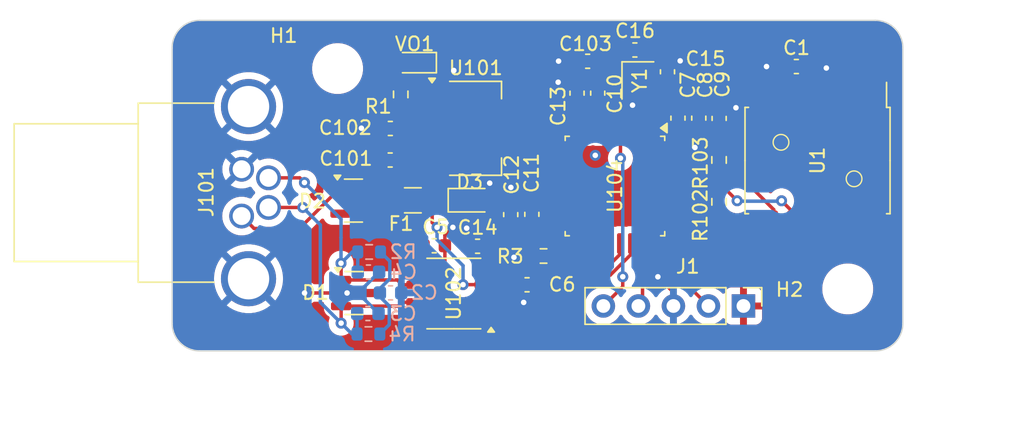
<source format=kicad_pcb>
(kicad_pcb
	(version 20240108)
	(generator "pcbnew")
	(generator_version "8.0")
	(general
		(thickness 1.6)
		(legacy_teardrops no)
	)
	(paper "A4")
	(layers
		(0 "F.Cu" signal)
		(31 "B.Cu" signal)
		(32 "B.Adhes" user "B.Adhesive")
		(33 "F.Adhes" user "F.Adhesive")
		(34 "B.Paste" user)
		(35 "F.Paste" user)
		(36 "B.SilkS" user "B.Silkscreen")
		(37 "F.SilkS" user "F.Silkscreen")
		(38 "B.Mask" user)
		(39 "F.Mask" user)
		(40 "Dwgs.User" user "User.Drawings")
		(41 "Cmts.User" user "User.Comments")
		(42 "Eco1.User" user "User.Eco1")
		(43 "Eco2.User" user "User.Eco2")
		(44 "Edge.Cuts" user)
		(45 "Margin" user)
		(46 "B.CrtYd" user "B.Courtyard")
		(47 "F.CrtYd" user "F.Courtyard")
		(48 "B.Fab" user)
		(49 "F.Fab" user)
		(50 "User.1" user)
		(51 "User.2" user)
		(52 "User.3" user)
		(53 "User.4" user)
		(54 "User.5" user)
		(55 "User.6" user)
		(56 "User.7" user)
		(57 "User.8" user)
		(58 "User.9" user)
	)
	(setup
		(stackup
			(layer "F.SilkS"
				(type "Top Silk Screen")
			)
			(layer "F.Paste"
				(type "Top Solder Paste")
			)
			(layer "F.Mask"
				(type "Top Solder Mask")
				(thickness 0.01)
			)
			(layer "F.Cu"
				(type "copper")
				(thickness 0.035)
			)
			(layer "dielectric 1"
				(type "core")
				(thickness 1.51)
				(material "FR4")
				(epsilon_r 4.5)
				(loss_tangent 0.02)
			)
			(layer "B.Cu"
				(type "copper")
				(thickness 0.035)
			)
			(layer "B.Mask"
				(type "Bottom Solder Mask")
				(thickness 0.01)
			)
			(layer "B.Paste"
				(type "Bottom Solder Paste")
			)
			(layer "B.SilkS"
				(type "Bottom Silk Screen")
			)
			(copper_finish "None")
			(dielectric_constraints no)
		)
		(pad_to_mask_clearance 0)
		(allow_soldermask_bridges_in_footprints no)
		(aux_axis_origin 100 80)
		(grid_origin 100 80)
		(pcbplotparams
			(layerselection 0x00010fc_ffffffff)
			(plot_on_all_layers_selection 0x0000000_00000000)
			(disableapertmacros no)
			(usegerberextensions no)
			(usegerberattributes yes)
			(usegerberadvancedattributes yes)
			(creategerberjobfile yes)
			(dashed_line_dash_ratio 12.000000)
			(dashed_line_gap_ratio 3.000000)
			(svgprecision 6)
			(plotframeref no)
			(viasonmask no)
			(mode 1)
			(useauxorigin no)
			(hpglpennumber 1)
			(hpglpenspeed 20)
			(hpglpendiameter 15.000000)
			(pdf_front_fp_property_popups yes)
			(pdf_back_fp_property_popups yes)
			(dxfpolygonmode yes)
			(dxfimperialunits yes)
			(dxfusepcbnewfont yes)
			(psnegative no)
			(psa4output no)
			(plotreference yes)
			(plotvalue yes)
			(plotfptext yes)
			(plotinvisibletext no)
			(sketchpadsonfab no)
			(subtractmaskfromsilk no)
			(outputformat 1)
			(mirror no)
			(drillshape 1)
			(scaleselection 1)
			(outputdirectory "")
		)
	)
	(net 0 "")
	(net 1 "+3V3")
	(net 2 "GND")
	(net 3 "Net-(C2-Pad2)")
	(net 4 "CAN_H")
	(net 5 "CAN_L")
	(net 6 "+5V")
	(net 7 "CAN_Rx")
	(net 8 "Net-(U104-PF0)")
	(net 9 "NRST")
	(net 10 "Net-(D2-K)")
	(net 11 "Net-(D2-A)")
	(net 12 "SWDIO")
	(net 13 "SWCLK")
	(net 14 "Net-(VO1-A)")
	(net 15 "Net-(U104-PF1)")
	(net 16 "I2C_SCL")
	(net 17 "I2C_SDA")
	(net 18 "unconnected-(U1-Pad9)")
	(net 19 "unconnected-(U1-Pad14)")
	(net 20 "unconnected-(U1-Pad2)")
	(net 21 "unconnected-(U1-Pad12)")
	(net 22 "unconnected-(U1-Pad8)")
	(net 23 "unconnected-(U1-Pad13)")
	(net 24 "unconnected-(U1-Pad6)")
	(net 25 "unconnected-(U1-Pad15)")
	(net 26 "unconnected-(U1-Pad16)")
	(net 27 "unconnected-(U1-Pad1)")
	(net 28 "unconnected-(U1-Pad7)")
	(net 29 "unconnected-(U1-Pad3)")
	(net 30 "CAN_Tx")
	(net 31 "unconnected-(U104-PA4-Pad10)")
	(net 32 "unconnected-(U104-PA2-Pad8)")
	(net 33 "unconnected-(U104-PA10-Pad20)")
	(net 34 "unconnected-(U104-PA7-Pad13)")
	(net 35 "unconnected-(U104-PB8-Pad31)")
	(net 36 "unconnected-(U104-PA9-Pad19)")
	(net 37 "unconnected-(U104-PA6-Pad12)")
	(net 38 "unconnected-(U104-PA1-Pad7)")
	(net 39 "unconnected-(U104-PB0-Pad14)")
	(net 40 "unconnected-(U104-PA0-Pad6)")
	(net 41 "unconnected-(U104-PB5-Pad28)")
	(net 42 "unconnected-(U104-PA3-Pad9)")
	(net 43 "unconnected-(U104-PB4-Pad27)")
	(net 44 "unconnected-(U104-PA15-Pad25)")
	(net 45 "unconnected-(U104-PA5-Pad11)")
	(net 46 "Net-(U104-PA8)")
	(net 47 "unconnected-(U104-PB3-Pad26)")
	(net 48 "unconnected-(U104-PB1-Pad15)")
	(footprint "Crystal:Crystal_SMD_2016-4Pin_2.0x1.6mm" (layer "F.Cu") (at 133.7775 60.36 -90))
	(footprint "ASS_parts:SOT-23-BAT54FILM" (layer "F.Cu") (at 113.15 69.0875))
	(footprint "Resistor_SMD:R_0603_1608Metric" (layer "F.Cu") (at 139.6675 69.175 90))
	(footprint "Capacitor_SMD:C_0603_1608Metric" (layer "F.Cu") (at 136.6875 63.1 90))
	(footprint "Capacitor_SMD:C_0603_1608Metric" (layer "F.Cu") (at 122.1525 72.400948 180))
	(footprint "Capacitor_SMD:C_0603_1608Metric" (layer "F.Cu") (at 139.6725 63.12 90))
	(footprint "Capacitor_SMD:C_0603_1608Metric" (layer "F.Cu") (at 124.5575 70.105 90))
	(footprint "Capacitor_SMD:C_0603_1608Metric" (layer "F.Cu") (at 115.815 66.14 180))
	(footprint "Resistor_SMD:R_0603_1608Metric" (layer "F.Cu") (at 116.58 61.375 90))
	(footprint "Capacitor_SMD:C_0603_1608Metric" (layer "F.Cu") (at 125.7425 75.2))
	(footprint "Resistor_SMD:R_0603_1608Metric" (layer "F.Cu") (at 139.6675 66.135 -90))
	(footprint "Capacitor_SMD:C_0603_1608Metric" (layer "F.Cu") (at 115.825 63.85 180))
	(footprint "Fuse:Fuse_1206_3216Metric" (layer "F.Cu") (at 117.46 69.0675))
	(footprint "Capacitor_SMD:C_0603_1608Metric" (layer "F.Cu") (at 129.3675 61.285 90))
	(footprint "MountingHole:MountingHole_3.2mm_M3_ISO7380" (layer "F.Cu") (at 112 59.5))
	(footprint "Capacitor_SMD:C_0603_1608Metric" (layer "F.Cu") (at 130.1375 58.97))
	(footprint "Capacitor_SMD:C_0603_1608Metric" (layer "F.Cu") (at 130.8675 61.285 90))
	(footprint "Diode_SMD:D_SOD-323" (layer "F.Cu") (at 121.6325 69.06))
	(footprint "FaSTTUBe_connectors:M8_718_4pin_horizontal" (layer "F.Cu") (at 105.04 68.51 -90))
	(footprint "Package_SO:SOIC-8_3.9x4.9mm_P1.27mm" (layer "F.Cu") (at 120.4325 75.835948 180))
	(footprint "Capacitor_SMD:C_0603_1608Metric" (layer "F.Cu") (at 133.5625 58.15))
	(footprint "LED_SMD:LED_0603_1608Metric_Pad1.05x0.95mm_HandSolder" (layer "F.Cu") (at 117.505 59.07 180))
	(footprint "Resistor_SMD:R_0603_1608Metric" (layer "F.Cu") (at 126.9375 73.11 180))
	(footprint "Capacitor_SMD:C_0603_1608Metric" (layer "F.Cu") (at 119.0075 72.365948))
	(footprint "ASS_parts:SOT-223_LDL1117S33R" (layer "F.Cu") (at 121.98 63.84))
	(footprint "ASS_parts:SM7000_SOIC-16" (layer "F.Cu") (at 146.81 66.18 -90))
	(footprint "Capacitor_SMD:C_0603_1608Metric" (layer "F.Cu") (at 135.9275 59.735 -90))
	(footprint "Capacitor_SMD:C_0603_1608Metric" (layer "F.Cu") (at 145.275 59.3525 180))
	(footprint "Package_TO_SOT_SMD:SOT-23" (layer "F.Cu") (at 113.195 75.800948))
	(footprint "Capacitor_SMD:C_0603_1608Metric" (layer "F.Cu") (at 126.09 70.085 90))
	(footprint "Capacitor_SMD:C_0603_1608Metric" (layer "F.Cu") (at 138.1975 63.1 90))
	(footprint "Connector_PinHeader_2.54mm:PinHeader_1x05_P2.54mm_Vertical" (layer "F.Cu") (at 141.4375 76.74 -90))
	(footprint "Package_QFP:LQFP-32_7x7mm_P0.8mm" (layer "F.Cu") (at 132.1175 68.03 -90))
	(footprint "MountingHole:MountingHole_3.2mm_M3_ISO7380" (layer "F.Cu") (at 149 75.5))
	(footprint "Capacitor_SMD:C_0603_1608Metric" (layer "B.Cu") (at 114.1975 77.285948 180))
	(footprint "Resistor_SMD:R_0603_1608Metric" (layer "B.Cu") (at 114.2375 78.775948))
	(footprint "Capacitor_SMD:C_0603_1608Metric" (layer "B.Cu") (at 114.2375 74.275948))
	(footprint "Resistor_SMD:R_0603_1608Metric" (layer "B.Cu") (at 114.2875 72.815948 180))
	(footprint "Capacitor_SMD:C_0603_1608Metric" (layer "B.Cu") (at 115.8425 75.785948 180))
	(gr_arc
		(start 102 80)
		(mid 100.585786 79.414214)
		(end 100 78)
		(stroke
			(width 0.1)
			(type default)
		)
		(layer "Edge.Cuts")
		(uuid "3b0a9f85-fc78-435e-a284-c0acd692fcd7")
	)
	(gr_line
		(start 153 78)
		(end 153 58)
		(stroke
			(width 0.1)
			(type default)
		)
		(layer "Edge.Cuts")
		(uuid "53816fff-ed80-458c-bb47-db737a54961c")
	)
	(gr_arc
		(start 100 58)
		(mid 100.585786 56.585786)
		(end 102 56)
		(stroke
			(width 0.1)
			(type default)
		)
		(layer "Edge.Cuts")
		(uuid "5a42f8fb-2a8f-48db-84ec-d307f8094cfa")
	)
	(gr_line
		(start 102 80)
		(end 151 80)
		(stroke
			(width 0.1)
			(type default)
		)
		(layer "Edge.Cuts")
		(uuid "6ac6ac18-4031-4bcf-8820-b343ae2d3448")
	)
	(gr_line
		(start 100 58)
		(end 100 78)
		(stroke
			(width 0.1)
			(type default)
		)
		(layer "Edge.Cuts")
		(uuid "8fda64c0-d685-4c7c-8139-4cf11eeadbdb")
	)
	(gr_arc
		(start 153 78)
		(mid 152.414214 79.414214)
		(end 151 80)
		(stroke
			(width 0.1)
			(type default)
		)
		(layer "Edge.Cuts")
		(uuid "9e303ecd-5441-4829-bced-8e3f52e5d297")
	)
	(gr_arc
		(start 151 56)
		(mid 152.414214 56.585786)
		(end 153 58)
		(stroke
			(width 0.1)
			(type default)
		)
		(layer "Edge.Cuts")
		(uuid "db315f9c-530b-400f-a27c-be5695c22d18")
	)
	(gr_line
		(start 151 56)
		(end 102 56)
		(stroke
			(width 0.1)
			(type default)
		)
		(layer "Edge.Cuts")
		(uuid "e3324332-a106-4690-bb06-c285e0d7465f")
	)
	(dimension
		(type aligned)
		(layer "User.1")
		(uuid "25116da6-098e-4ec7-9f6b-768234d32c5a")
		(pts
			(xy 152.99 56.01) (xy 152.99 80.01)
		)
		(height -5.02)
		(gr_text "24.0000 mm"
			(at 156.86 68.01 90)
			(layer "User.1")
			(uuid "25116da6-098e-4ec7-9f6b-768234d32c5a")
			(effects
				(font
					(size 1 1)
					(thickness 0.15)
				)
			)
		)
		(format
			(prefix "")
			(suffix "")
			(units 3)
			(units_format 1)
			(precision 4)
		)
		(style
			(thickness 0.15)
			(arrow_length 1.27)
			(text_position_mode 0)
			(extension_height 0.58642)
			(extension_offset 0.5) keep_text_aligned)
	)
	(dimension
		(type aligned)
		(layer "User.1")
		(uuid "a2cdb2e5-a391-419f-8e72-174c5bf6b6f6")
		(pts
			(xy 152.99 80.01) (xy 99.99 80.01)
		)
		(height -4.8)
		(gr_text "53.0000 mm"
			(at 126.4
... [176144 chars truncated]
</source>
